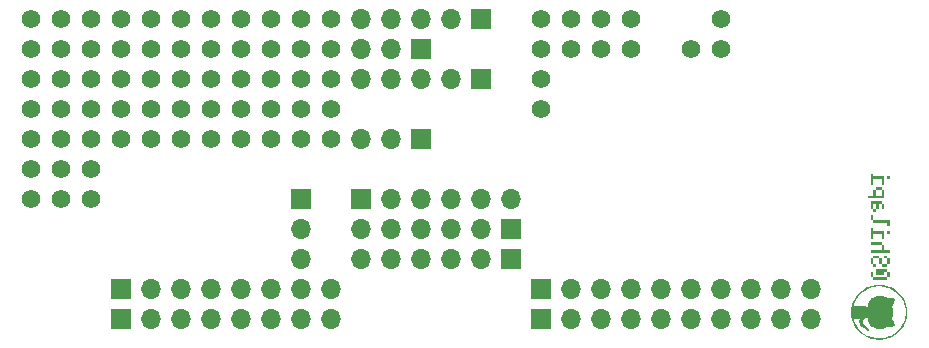
<source format=gbr>
%TF.GenerationSoftware,KiCad,Pcbnew,8.0.4*%
%TF.CreationDate,2024-10-15T16:48:48+08:00*%
%TF.ProjectId,ST-Link_3.0_devkit,53542d4c-696e-46b5-9f33-2e305f646576,rev?*%
%TF.SameCoordinates,Original*%
%TF.FileFunction,Soldermask,Bot*%
%TF.FilePolarity,Negative*%
%FSLAX46Y46*%
G04 Gerber Fmt 4.6, Leading zero omitted, Abs format (unit mm)*
G04 Created by KiCad (PCBNEW 8.0.4) date 2024-10-15 16:48:48*
%MOMM*%
%LPD*%
G01*
G04 APERTURE LIST*
%ADD10C,0.150000*%
%ADD11C,0.000000*%
%ADD12R,1.700000X1.700000*%
%ADD13O,1.700000X1.700000*%
%ADD14C,1.560000*%
G04 APERTURE END LIST*
D10*
G36*
X176327717Y-101341897D02*
G01*
X176327717Y-100877359D01*
X176095448Y-100877359D01*
X176095448Y-101341897D01*
X176327717Y-101341897D01*
G37*
G36*
X175863179Y-101110032D02*
G01*
X175863179Y-100877359D01*
X176095448Y-100877359D01*
X176095448Y-100646300D01*
X175166372Y-100646300D01*
X175166372Y-101110032D01*
X175863179Y-101110032D01*
G37*
G36*
X176095448Y-101574167D02*
G01*
X176095448Y-101343107D01*
X174934103Y-101343107D01*
X174934103Y-101574167D01*
X176095448Y-101574167D01*
G37*
G36*
X174934103Y-101341897D02*
G01*
X174934103Y-100877359D01*
X174701834Y-100877359D01*
X174701834Y-101341897D01*
X174934103Y-101341897D01*
G37*
G36*
X176327717Y-100187004D02*
G01*
X176327717Y-99722466D01*
X176095448Y-99722466D01*
X176095448Y-100187004D01*
X176327717Y-100187004D01*
G37*
G36*
X176095448Y-99722466D02*
G01*
X176095448Y-99491406D01*
X175863179Y-99491406D01*
X175863179Y-99722466D01*
X176095448Y-99722466D01*
G37*
G36*
X176095448Y-100419273D02*
G01*
X176095448Y-100188214D01*
X175630910Y-100188214D01*
X175630910Y-100419273D01*
X176095448Y-100419273D01*
G37*
G36*
X175398641Y-99722466D02*
G01*
X175398641Y-100187004D01*
X175630910Y-100187004D01*
X175630910Y-99722466D01*
X175398641Y-99722466D01*
G37*
G36*
X175166372Y-100419273D02*
G01*
X175166372Y-100188214D01*
X174934103Y-100188214D01*
X174934103Y-100419273D01*
X175166372Y-100419273D01*
G37*
G36*
X175398641Y-99722466D02*
G01*
X175398641Y-99491406D01*
X174934103Y-99491406D01*
X174934103Y-99722466D01*
X175398641Y-99722466D01*
G37*
G36*
X174934103Y-100187004D02*
G01*
X174934103Y-99722466D01*
X174701834Y-99722466D01*
X174701834Y-100187004D01*
X174934103Y-100187004D01*
G37*
G36*
X176327717Y-99264379D02*
G01*
X176327717Y-99033320D01*
X175863179Y-99033320D01*
X175863179Y-98567572D01*
X175630910Y-98567572D01*
X175630910Y-99033320D01*
X174701834Y-99033320D01*
X174701834Y-99264379D01*
X176327717Y-99264379D01*
G37*
G36*
X175630910Y-98567572D02*
G01*
X175630910Y-98336513D01*
X174701834Y-98336513D01*
X174701834Y-98567572D01*
X175630910Y-98567572D01*
G37*
G36*
X176327717Y-97644948D02*
G01*
X176327717Y-97413888D01*
X176095448Y-97413888D01*
X176095448Y-97644948D01*
X176327717Y-97644948D01*
G37*
G36*
X174701834Y-97180410D02*
G01*
X174701834Y-98109486D01*
X174934103Y-98109486D01*
X174934103Y-97644948D01*
X175630910Y-97644948D01*
X175630910Y-98109486D01*
X175863179Y-98109486D01*
X175863179Y-97413888D01*
X174934103Y-97413888D01*
X174934103Y-97180410D01*
X174701834Y-97180410D01*
G37*
G36*
X176095448Y-96722323D02*
G01*
X176095448Y-96954592D01*
X176327717Y-96954592D01*
X176327717Y-96491264D01*
X174934103Y-96491264D01*
X174934103Y-96722323D01*
X176095448Y-96722323D01*
G37*
G36*
X174701834Y-96025516D02*
G01*
X174701834Y-96490054D01*
X174934103Y-96490054D01*
X174934103Y-96025516D01*
X174701834Y-96025516D01*
G37*
G36*
X175630910Y-95102892D02*
G01*
X175630910Y-95567430D01*
X175863179Y-95567430D01*
X175863179Y-95102892D01*
X175630910Y-95102892D01*
G37*
G36*
X175166372Y-95799699D02*
G01*
X175166372Y-95568640D01*
X174934103Y-95568640D01*
X174934103Y-95799699D01*
X175166372Y-95799699D01*
G37*
G36*
X174701834Y-94871832D02*
G01*
X174701834Y-95567430D01*
X174934103Y-95567430D01*
X174934103Y-95102892D01*
X175166372Y-95102892D01*
X175166372Y-95567430D01*
X175398641Y-95567430D01*
X175398641Y-95102892D01*
X175630910Y-95102892D01*
X175630910Y-94871832D01*
X174701834Y-94871832D01*
G37*
G36*
X175630910Y-93947998D02*
G01*
X175630910Y-93716939D01*
X175166372Y-93716939D01*
X175166372Y-93947998D01*
X175630910Y-93947998D01*
G37*
G36*
X175863179Y-94644805D02*
G01*
X175863179Y-93947998D01*
X175630910Y-93947998D01*
X175630910Y-94413746D01*
X175166372Y-94413746D01*
X175166372Y-93947998D01*
X174934103Y-93947998D01*
X174934103Y-94413746D01*
X174469564Y-94413746D01*
X174469564Y-94644805D01*
X175863179Y-94644805D01*
G37*
G36*
X176327717Y-93025374D02*
G01*
X176327717Y-92794314D01*
X176095448Y-92794314D01*
X176095448Y-93025374D01*
X176327717Y-93025374D01*
G37*
G36*
X174701834Y-92560836D02*
G01*
X174701834Y-93489912D01*
X174934103Y-93489912D01*
X174934103Y-93025374D01*
X175630910Y-93025374D01*
X175630910Y-93489912D01*
X175863179Y-93489912D01*
X175863179Y-92794314D01*
X174934103Y-92794314D01*
X174934103Y-92560836D01*
X174701834Y-92560836D01*
G37*
D11*
%TO.C,G\u002A\u002A\u002A*%
G36*
X175465426Y-101970477D02*
G01*
X175532557Y-101972006D01*
X175594008Y-101975056D01*
X175653227Y-101979868D01*
X175713662Y-101986682D01*
X175778760Y-101995738D01*
X175797092Y-101998552D01*
X175959922Y-102029992D01*
X176119391Y-102072348D01*
X176274979Y-102125319D01*
X176426169Y-102188602D01*
X176572442Y-102261893D01*
X176713279Y-102344890D01*
X176848163Y-102437290D01*
X176976574Y-102538790D01*
X177097996Y-102649087D01*
X177211908Y-102767880D01*
X177317794Y-102894863D01*
X177401246Y-103009476D01*
X177487198Y-103145607D01*
X177562875Y-103286561D01*
X177628164Y-103431798D01*
X177682951Y-103580780D01*
X177727122Y-103732962D01*
X177760562Y-103887810D01*
X177783157Y-104044780D01*
X177794794Y-104203334D01*
X177795357Y-104362930D01*
X177784733Y-104523030D01*
X177762808Y-104683093D01*
X177729467Y-104842579D01*
X177723995Y-104864366D01*
X177678669Y-105017686D01*
X177622322Y-105167299D01*
X177554961Y-105313191D01*
X177476595Y-105455348D01*
X177387230Y-105593753D01*
X177286876Y-105728392D01*
X177273442Y-105744825D01*
X177240917Y-105782419D01*
X177202661Y-105824422D01*
X177160555Y-105868923D01*
X177116478Y-105914017D01*
X177072309Y-105957795D01*
X177029930Y-105998348D01*
X176991219Y-106033769D01*
X176958056Y-106062150D01*
X176902993Y-106105763D01*
X176764883Y-106205104D01*
X176622085Y-106293940D01*
X176474820Y-106372159D01*
X176323312Y-106439649D01*
X176167782Y-106496297D01*
X176008454Y-106541992D01*
X176006877Y-106542385D01*
X175843405Y-106577219D01*
X175679317Y-106600774D01*
X175515158Y-106613192D01*
X175412414Y-106614086D01*
X175351473Y-106614617D01*
X175188808Y-106605192D01*
X175027706Y-106585061D01*
X174868715Y-106554365D01*
X174712378Y-106513250D01*
X174559242Y-106461856D01*
X174409851Y-106400330D01*
X174264751Y-106328812D01*
X174124487Y-106247447D01*
X173989604Y-106156377D01*
X173860647Y-106055746D01*
X173738162Y-105945698D01*
X173715404Y-105923479D01*
X173603013Y-105804394D01*
X173499871Y-105678842D01*
X173406227Y-105547334D01*
X173322326Y-105410378D01*
X173248417Y-105268485D01*
X173184748Y-105122165D01*
X173131566Y-104971926D01*
X173089117Y-104818280D01*
X173057653Y-104661735D01*
X173037417Y-104502802D01*
X173036015Y-104486563D01*
X173029880Y-104372513D01*
X173029443Y-104253506D01*
X173034553Y-104133395D01*
X173045058Y-104016034D01*
X173060808Y-103905274D01*
X173065724Y-103877756D01*
X173100716Y-103719450D01*
X173122341Y-103646608D01*
X173269166Y-103646608D01*
X173275722Y-103679869D01*
X173291924Y-103707246D01*
X173317847Y-103729070D01*
X173339360Y-103742447D01*
X173708614Y-103743086D01*
X173749154Y-103743165D01*
X173820549Y-103743362D01*
X173881760Y-103743638D01*
X173933746Y-103744012D01*
X173977464Y-103744509D01*
X174013875Y-103745154D01*
X174043935Y-103745970D01*
X174068605Y-103746978D01*
X174088840Y-103748203D01*
X174105602Y-103749669D01*
X174119846Y-103751398D01*
X174132536Y-103753414D01*
X174146764Y-103756076D01*
X174217020Y-103773639D01*
X174280591Y-103797119D01*
X174336084Y-103825926D01*
X174382105Y-103859463D01*
X174383373Y-103860570D01*
X174398496Y-103873254D01*
X174409649Y-103881708D01*
X174414497Y-103884154D01*
X174414935Y-103882739D01*
X174417019Y-103872169D01*
X174420321Y-103853083D01*
X174424489Y-103827565D01*
X174429170Y-103797690D01*
X174430319Y-103790344D01*
X174441492Y-103727848D01*
X174455198Y-103663818D01*
X174470630Y-103601539D01*
X174486979Y-103544298D01*
X174503440Y-103495381D01*
X174507868Y-103483693D01*
X174546145Y-103396466D01*
X174591242Y-103314876D01*
X174642219Y-103240315D01*
X174698133Y-103174184D01*
X174758040Y-103117878D01*
X174784152Y-103097118D01*
X174865463Y-103041957D01*
X174953848Y-102995396D01*
X175049491Y-102957376D01*
X175152577Y-102927842D01*
X175263295Y-102906738D01*
X175381827Y-102894006D01*
X175508362Y-102889590D01*
X175543104Y-102889842D01*
X175622660Y-102893438D01*
X175694822Y-102901631D01*
X175762110Y-102914873D01*
X175827045Y-102933615D01*
X175892153Y-102958308D01*
X175902787Y-102962908D01*
X175949281Y-102985437D01*
X175996680Y-103011844D01*
X176041988Y-103040278D01*
X176082208Y-103068884D01*
X176114346Y-103095808D01*
X176133013Y-103113350D01*
X176176643Y-103100398D01*
X176192169Y-103096006D01*
X176274662Y-103079192D01*
X176361994Y-103071470D01*
X176452166Y-103072833D01*
X176543178Y-103083267D01*
X176633029Y-103102765D01*
X176644380Y-103105931D01*
X176671744Y-103114192D01*
X176696298Y-103122385D01*
X176713808Y-103129132D01*
X176739882Y-103140666D01*
X176736566Y-103203141D01*
X176736331Y-103207241D01*
X176727795Y-103273885D01*
X176710075Y-103344748D01*
X176683020Y-103420196D01*
X176646483Y-103500597D01*
X176600316Y-103586319D01*
X176544366Y-103677729D01*
X176503583Y-103740941D01*
X176518915Y-103805659D01*
X176537004Y-103886834D01*
X176552184Y-103968069D01*
X176563246Y-104046149D01*
X176570612Y-104124707D01*
X176574701Y-104207374D01*
X176575935Y-104297782D01*
X176575914Y-104305948D01*
X176572975Y-104407731D01*
X176565304Y-104509218D01*
X176553231Y-104607704D01*
X176537081Y-104700484D01*
X176517180Y-104784854D01*
X176516496Y-104787373D01*
X176511000Y-104808958D01*
X176507112Y-104826577D01*
X176505638Y-104836624D01*
X176505656Y-104836946D01*
X176509122Y-104845922D01*
X176517721Y-104862193D01*
X176530223Y-104883553D01*
X176545393Y-104907794D01*
X176595625Y-104989849D01*
X176639432Y-105070473D01*
X176675506Y-105147359D01*
X176703579Y-105219803D01*
X176723374Y-105287104D01*
X176734622Y-105348556D01*
X176737051Y-105403460D01*
X176736830Y-105409239D01*
X176735953Y-105425608D01*
X176733660Y-105437627D01*
X176728334Y-105446593D01*
X176718361Y-105453805D01*
X176702124Y-105460560D01*
X176678007Y-105468157D01*
X176644396Y-105477893D01*
X176601540Y-105489108D01*
X176514719Y-105505168D01*
X176427475Y-105512903D01*
X176341905Y-105512275D01*
X176260108Y-105503250D01*
X176184182Y-105485792D01*
X176133125Y-105470474D01*
X176114402Y-105488071D01*
X176107758Y-105494130D01*
X176073408Y-105521660D01*
X176031674Y-105550429D01*
X175985556Y-105578583D01*
X175938050Y-105604267D01*
X175892153Y-105625626D01*
X175866272Y-105636112D01*
X175801413Y-105658440D01*
X175735715Y-105674981D01*
X175666656Y-105686190D01*
X175591712Y-105692516D01*
X175508362Y-105694413D01*
X175473887Y-105694046D01*
X175349310Y-105687305D01*
X175232253Y-105672121D01*
X175122845Y-105648524D01*
X175021214Y-105616549D01*
X174927491Y-105576227D01*
X174841803Y-105527589D01*
X174806259Y-105503283D01*
X174734041Y-105444432D01*
X174669250Y-105377556D01*
X174611757Y-105302427D01*
X174561435Y-105218815D01*
X174518154Y-105126492D01*
X174481785Y-105025228D01*
X174452199Y-104914796D01*
X174429268Y-104794966D01*
X174427675Y-104784907D01*
X174423020Y-104755986D01*
X174418987Y-104731626D01*
X174415964Y-104714137D01*
X174414339Y-104705830D01*
X174410532Y-104704461D01*
X174399433Y-104710643D01*
X174381709Y-104725039D01*
X174374412Y-104731208D01*
X174335541Y-104757989D01*
X174288350Y-104782633D01*
X174235531Y-104803866D01*
X174179775Y-104820420D01*
X174113046Y-104836755D01*
X174103087Y-104859597D01*
X174092466Y-104886385D01*
X174075282Y-104944271D01*
X174063672Y-105005584D01*
X174058004Y-105067155D01*
X174058646Y-105125814D01*
X174065969Y-105178392D01*
X174079257Y-105225132D01*
X174103036Y-105278916D01*
X174135623Y-105329215D01*
X174177724Y-105376925D01*
X174230044Y-105422950D01*
X174293289Y-105468185D01*
X174294748Y-105469141D01*
X174353554Y-105510593D01*
X174402155Y-105551321D01*
X174441770Y-105592593D01*
X174473620Y-105635677D01*
X174498925Y-105681841D01*
X174504222Y-105693715D01*
X174518521Y-105732920D01*
X174528036Y-105771159D01*
X174532912Y-105807173D01*
X174533296Y-105839699D01*
X174529335Y-105867476D01*
X174521174Y-105889244D01*
X174508960Y-105903742D01*
X174492838Y-105909707D01*
X174472956Y-105905880D01*
X174461957Y-105899649D01*
X174440529Y-105880939D01*
X174415923Y-105852476D01*
X174388770Y-105814946D01*
X174368129Y-105786753D01*
X174325245Y-105739644D01*
X174273825Y-105695973D01*
X174213112Y-105655199D01*
X174142352Y-105616780D01*
X174060788Y-105580174D01*
X174029990Y-105566490D01*
X173962778Y-105528276D01*
X173904012Y-105482073D01*
X173853708Y-105427894D01*
X173811877Y-105365753D01*
X173778531Y-105295663D01*
X173753680Y-105217641D01*
X173749308Y-105198872D01*
X173745776Y-105179110D01*
X173743387Y-105157822D01*
X173741938Y-105132482D01*
X173741227Y-105100566D01*
X173741053Y-105059549D01*
X173741630Y-105007713D01*
X173743396Y-104964965D01*
X173746481Y-104929636D01*
X173751015Y-104899636D01*
X173753213Y-104887898D01*
X173757166Y-104866122D01*
X173759903Y-104850101D01*
X173760930Y-104842669D01*
X173760930Y-104842665D01*
X173755301Y-104841653D01*
X173739338Y-104840811D01*
X173714333Y-104840155D01*
X173681577Y-104839705D01*
X173642362Y-104839478D01*
X173597978Y-104839490D01*
X173549718Y-104839761D01*
X173338489Y-104841486D01*
X173315119Y-104856958D01*
X173309220Y-104861275D01*
X173293138Y-104876828D01*
X173282073Y-104892823D01*
X173273239Y-104919275D01*
X173269273Y-104953129D01*
X173272540Y-104984696D01*
X173277566Y-105001665D01*
X173287734Y-105030520D01*
X173301423Y-105065971D01*
X173317760Y-105105889D01*
X173335862Y-105148138D01*
X173354854Y-105190584D01*
X173373859Y-105231092D01*
X173417815Y-105317252D01*
X173497059Y-105452319D01*
X173585504Y-105580863D01*
X173682652Y-105702512D01*
X173788002Y-105816894D01*
X173901055Y-105923637D01*
X174021311Y-106022370D01*
X174148270Y-106112720D01*
X174281433Y-106194316D01*
X174420299Y-106266786D01*
X174564368Y-106329759D01*
X174713144Y-106382862D01*
X174866124Y-106425723D01*
X175022808Y-106457971D01*
X175029726Y-106459138D01*
X175079158Y-106467141D01*
X175123303Y-106473493D01*
X175164575Y-106478373D01*
X175205392Y-106481962D01*
X175248168Y-106484440D01*
X175295320Y-106485988D01*
X175349263Y-106486784D01*
X175412414Y-106487009D01*
X175421202Y-106487006D01*
X175483023Y-106486717D01*
X175535952Y-106485833D01*
X175582399Y-106484176D01*
X175624785Y-106481564D01*
X175665524Y-106477816D01*
X175707033Y-106472756D01*
X175751726Y-106466202D01*
X175802020Y-106457971D01*
X175932291Y-106431940D01*
X176086918Y-106390481D01*
X176237838Y-106338409D01*
X176384447Y-106276064D01*
X176526139Y-106203786D01*
X176662311Y-106121916D01*
X176792359Y-106030791D01*
X176915677Y-105930753D01*
X177031663Y-105822143D01*
X177139712Y-105705300D01*
X177208024Y-105621677D01*
X177298476Y-105496219D01*
X177379816Y-105364915D01*
X177451682Y-105228607D01*
X177513717Y-105088131D01*
X177565559Y-104944326D01*
X177606850Y-104798028D01*
X177637229Y-104650076D01*
X177656339Y-104501307D01*
X177665014Y-104347546D01*
X177663064Y-104188021D01*
X177649918Y-104030625D01*
X177625685Y-103875763D01*
X177590476Y-103723842D01*
X177544401Y-103575267D01*
X177487573Y-103430445D01*
X177420098Y-103289781D01*
X177342090Y-103153682D01*
X177253659Y-103022553D01*
X177241138Y-103005530D01*
X177140737Y-102879969D01*
X177032378Y-102762651D01*
X176916537Y-102653843D01*
X176793689Y-102553814D01*
X176664313Y-102462832D01*
X176528886Y-102381166D01*
X176387884Y-102309082D01*
X176241784Y-102246849D01*
X176091061Y-102194737D01*
X175936197Y-102153012D01*
X175777664Y-102121943D01*
X175615940Y-102101796D01*
X175590256Y-102099826D01*
X175538434Y-102097245D01*
X175480145Y-102095741D01*
X175417968Y-102095284D01*
X175354485Y-102095842D01*
X175292277Y-102097383D01*
X175233924Y-102099877D01*
X175182009Y-102103292D01*
X175139108Y-102107596D01*
X175082724Y-102115361D01*
X174919295Y-102145406D01*
X174760439Y-102186032D01*
X174606368Y-102237145D01*
X174457296Y-102298650D01*
X174313438Y-102370454D01*
X174175005Y-102452463D01*
X174042213Y-102544581D01*
X173915271Y-102646716D01*
X173912139Y-102649434D01*
X173875045Y-102683039D01*
X173833524Y-102722809D01*
X173789788Y-102766460D01*
X173746051Y-102811706D01*
X173704526Y-102856262D01*
X173667424Y-102897842D01*
X173636960Y-102934161D01*
X173602714Y-102978236D01*
X173544707Y-103059133D01*
X173488856Y-103144655D01*
X173436288Y-103232787D01*
X173388129Y-103321512D01*
X173345504Y-103408814D01*
X173309539Y-103492676D01*
X173281359Y-103571082D01*
X173272180Y-103607134D01*
X173269166Y-103646608D01*
X173122341Y-103646608D01*
X173146431Y-103565460D01*
X173202925Y-103415653D01*
X173270264Y-103269892D01*
X173348507Y-103128043D01*
X173437716Y-102989971D01*
X173537953Y-102855541D01*
X173551387Y-102839109D01*
X173583913Y-102801514D01*
X173622167Y-102759512D01*
X173664275Y-102715010D01*
X173708351Y-102669916D01*
X173752519Y-102626138D01*
X173794899Y-102585585D01*
X173833610Y-102550164D01*
X173866772Y-102521784D01*
X173956039Y-102452223D01*
X174095618Y-102355224D01*
X174239632Y-102268976D01*
X174388088Y-102193476D01*
X174540995Y-102128719D01*
X174698358Y-102074707D01*
X174860184Y-102031433D01*
X175026482Y-101998895D01*
X175197259Y-101977090D01*
X175207429Y-101976229D01*
X175238911Y-101974296D01*
X175277995Y-101972634D01*
X175321837Y-101971333D01*
X175367592Y-101970486D01*
X175412414Y-101970183D01*
X175465426Y-101970477D01*
G37*
%TD*%
D12*
%TO.C,CON3*%
X146812000Y-104825800D03*
D13*
X149352000Y-104825800D03*
X151892000Y-104825800D03*
X154432000Y-104825800D03*
X156972000Y-104825800D03*
X159512000Y-104825800D03*
X162052000Y-104825800D03*
X164592000Y-104825800D03*
X167132000Y-104825800D03*
X169672000Y-104825800D03*
%TD*%
%TO.C,CON1*%
X129032000Y-104825800D03*
X126492000Y-104825800D03*
X123952000Y-104825800D03*
X121412000Y-104825800D03*
X118872000Y-104825800D03*
X116332000Y-104825800D03*
X113792000Y-104825800D03*
D12*
X111252000Y-104825800D03*
%TD*%
%TO.C,CON2*%
X111252000Y-102285800D03*
D13*
X113792000Y-102285800D03*
X116332000Y-102285800D03*
X118872000Y-102285800D03*
X121412000Y-102285800D03*
X123952000Y-102285800D03*
X126492000Y-102285800D03*
X129032000Y-102285800D03*
%TD*%
D12*
%TO.C,CON13*%
X144272000Y-99745800D03*
D13*
X141732000Y-99745800D03*
X139192000Y-99745800D03*
X136652000Y-99745800D03*
X134112000Y-99745800D03*
X131572000Y-99745800D03*
%TD*%
D12*
%TO.C,CON12*%
X136652000Y-81965800D03*
D13*
X134112000Y-81965800D03*
X131572000Y-81965800D03*
%TD*%
D12*
%TO.C,CON11*%
X144272000Y-97205800D03*
D13*
X141732000Y-97205800D03*
X139192000Y-97205800D03*
X136652000Y-97205800D03*
X134112000Y-97205800D03*
X131572000Y-97205800D03*
%TD*%
D12*
%TO.C,CON10*%
X136652000Y-89585800D03*
D13*
X134112000Y-89585800D03*
X131572000Y-89585800D03*
%TD*%
D12*
%TO.C,CON9*%
X141706600Y-84505800D03*
D13*
X139166600Y-84505800D03*
X136626600Y-84505800D03*
X134086600Y-84505800D03*
X131546600Y-84505800D03*
%TD*%
D12*
%TO.C,CON8*%
X131572000Y-94665800D03*
D13*
X134112000Y-94665800D03*
X136652000Y-94665800D03*
X139192000Y-94665800D03*
X141732000Y-94665800D03*
X144272000Y-94665800D03*
%TD*%
D12*
%TO.C,CON7*%
X141706600Y-79425800D03*
D13*
X139166600Y-79425800D03*
X136626600Y-79425800D03*
X134086600Y-79425800D03*
X131546600Y-79425800D03*
%TD*%
D12*
%TO.C,CON6*%
X126492000Y-94665800D03*
D13*
X126492000Y-97205800D03*
X126492000Y-99745800D03*
%TD*%
D12*
%TO.C,CON4*%
X146812000Y-102285800D03*
D13*
X149352000Y-102285800D03*
X151892000Y-102285800D03*
X154432000Y-102285800D03*
X156972000Y-102285800D03*
X159512000Y-102285800D03*
X162052000Y-102285800D03*
X164592000Y-102285800D03*
X167132000Y-102285800D03*
X169672000Y-102285800D03*
%TD*%
D14*
%TO.C,*%
X103632000Y-89585800D03*
%TD*%
%TO.C,*%
X113792000Y-89585800D03*
%TD*%
%TO.C,*%
X108712000Y-89585800D03*
%TD*%
%TO.C,*%
X103632000Y-79425800D03*
%TD*%
%TO.C,*%
X103632000Y-87045800D03*
%TD*%
%TO.C,*%
X106172000Y-84505800D03*
%TD*%
%TO.C,*%
X108712000Y-87045800D03*
%TD*%
%TO.C,*%
X106172000Y-89585800D03*
%TD*%
%TO.C,*%
X106172000Y-81965800D03*
%TD*%
%TO.C,*%
X106172000Y-79425800D03*
%TD*%
%TO.C,*%
X103632000Y-81965800D03*
%TD*%
%TO.C,*%
X103632000Y-84505800D03*
%TD*%
%TO.C,*%
X106172000Y-87045800D03*
%TD*%
%TO.C,*%
X121412000Y-89585800D03*
%TD*%
%TO.C,*%
X126492000Y-89585800D03*
%TD*%
%TO.C,*%
X118872000Y-87045800D03*
%TD*%
%TO.C,*%
X118872000Y-81965800D03*
%TD*%
%TO.C,*%
X113792000Y-87045800D03*
%TD*%
%TO.C,*%
X121412000Y-84505800D03*
%TD*%
%TO.C,*%
X126492000Y-84505800D03*
%TD*%
%TO.C,*%
X126492000Y-81965800D03*
%TD*%
%TO.C,*%
X121412000Y-81965800D03*
%TD*%
%TO.C,*%
X123952000Y-81965800D03*
%TD*%
%TO.C,*%
X123952000Y-89585800D03*
%TD*%
%TO.C,*%
X121412000Y-87045800D03*
%TD*%
%TO.C,*%
X123952000Y-87045800D03*
%TD*%
%TO.C,*%
X116332000Y-81965800D03*
%TD*%
%TO.C,*%
X113792000Y-81965800D03*
%TD*%
%TO.C,*%
X116332000Y-87045800D03*
%TD*%
%TO.C,*%
X118872000Y-89585800D03*
%TD*%
%TO.C,*%
X126492000Y-87045800D03*
%TD*%
%TO.C,*%
X108712000Y-92125800D03*
%TD*%
%TO.C,*%
X103632000Y-94665800D03*
%TD*%
%TO.C,*%
X106172000Y-92125800D03*
%TD*%
%TO.C,*%
X103632000Y-92125800D03*
%TD*%
%TO.C,*%
X116332000Y-89585800D03*
%TD*%
%TO.C,*%
X106172000Y-94665800D03*
%TD*%
%TO.C,*%
X108712000Y-94665800D03*
%TD*%
%TO.C,*%
X111252000Y-89585800D03*
%TD*%
%TO.C,*%
X111252000Y-81965800D03*
%TD*%
%TO.C,*%
X118872000Y-84505800D03*
%TD*%
%TO.C,*%
X111252000Y-79425800D03*
%TD*%
%TO.C,*%
X113792000Y-84505800D03*
%TD*%
%TO.C,*%
X116332000Y-84505800D03*
%TD*%
%TO.C,*%
X129032000Y-81965800D03*
%TD*%
%TO.C,*%
X129032000Y-84505800D03*
%TD*%
%TO.C,*%
X113792000Y-79425800D03*
%TD*%
%TO.C,*%
X121412000Y-79425800D03*
%TD*%
%TO.C,*%
X118872000Y-79425800D03*
%TD*%
%TO.C,*%
X129032000Y-79425800D03*
%TD*%
%TO.C,*%
X111252000Y-84505800D03*
%TD*%
%TO.C,*%
X116332000Y-79425800D03*
%TD*%
%TO.C,*%
X123952000Y-84505800D03*
%TD*%
%TO.C,*%
X111252000Y-87045800D03*
%TD*%
%TO.C,*%
X126492000Y-79425800D03*
%TD*%
%TO.C,*%
X123952000Y-79425800D03*
%TD*%
%TO.C,*%
X108712000Y-79425800D03*
%TD*%
%TO.C,*%
X146812000Y-84505800D03*
%TD*%
%TO.C,*%
X154432000Y-79425800D03*
%TD*%
%TO.C,*%
X154432000Y-81965800D03*
%TD*%
%TO.C,*%
X151892000Y-81965800D03*
%TD*%
%TO.C,*%
X146812000Y-79425800D03*
%TD*%
%TO.C,*%
X129032000Y-89585800D03*
%TD*%
%TO.C,*%
X149352000Y-81965800D03*
%TD*%
%TO.C,*%
X108712000Y-84505800D03*
%TD*%
%TO.C,*%
X162052000Y-81965800D03*
%TD*%
%TO.C,*%
X129032000Y-87045800D03*
%TD*%
%TO.C,*%
X149352000Y-79425800D03*
%TD*%
%TO.C,*%
X159512000Y-81965800D03*
%TD*%
%TO.C,*%
X151892000Y-79425800D03*
%TD*%
%TO.C,*%
X162052000Y-79425800D03*
%TD*%
%TO.C,*%
X108712000Y-81965800D03*
%TD*%
%TO.C,*%
X146812000Y-81965800D03*
%TD*%
%TO.C,*%
X146812000Y-87045800D03*
%TD*%
M02*

</source>
